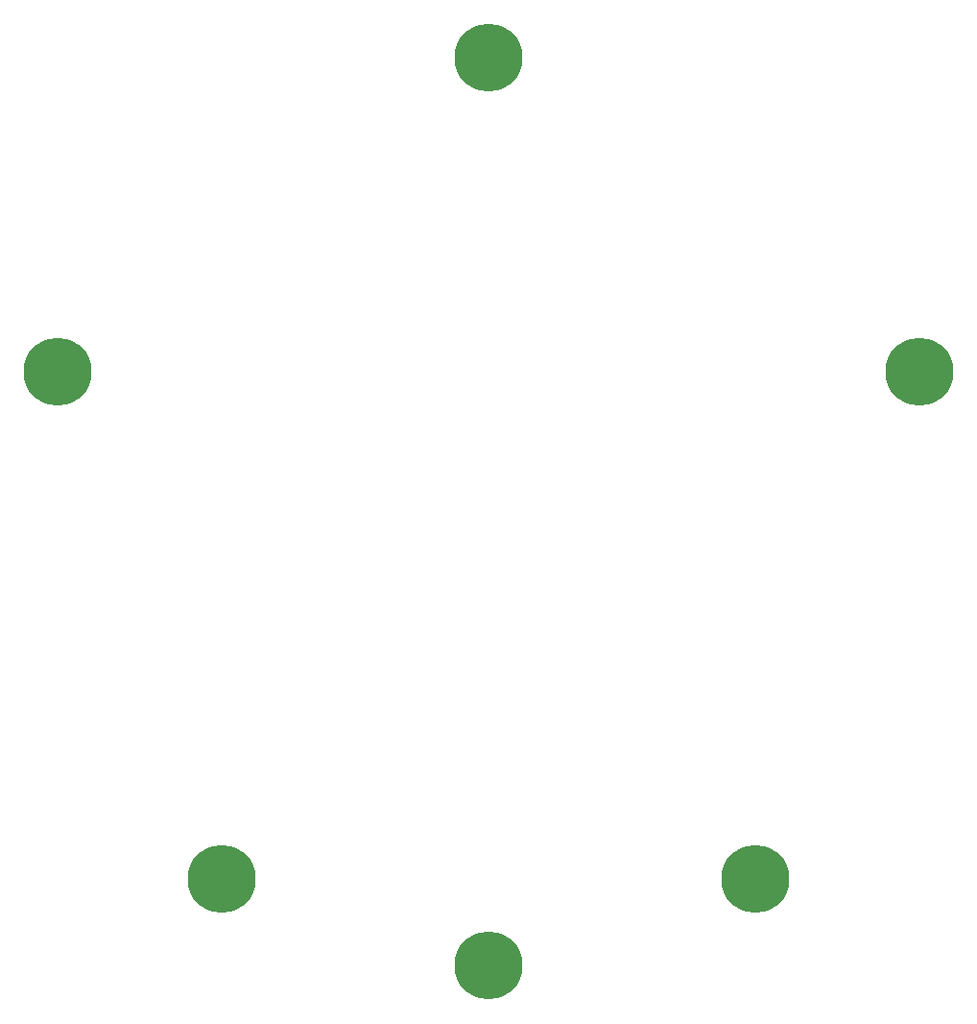
<source format=gbp>
G04 Layer_Color=128*
%FSLAX25Y25*%
%MOIN*%
G70*
G01*
G75*
%ADD81C,0.23622*%
D81*
X92565Y-127404D02*
D03*
X-92565D02*
D03*
X0Y-157480D02*
D03*
X149773Y48664D02*
D03*
X-0Y157480D02*
D03*
X-149773Y48664D02*
D03*
M02*

</source>
